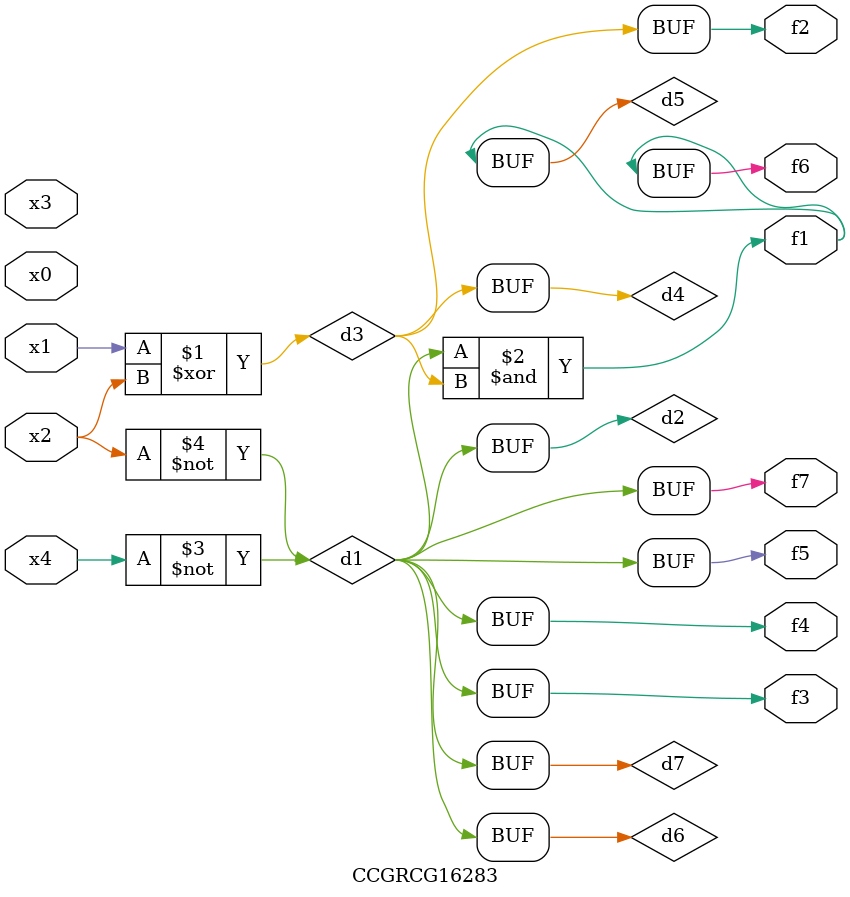
<source format=v>
module CCGRCG16283(
	input x0, x1, x2, x3, x4,
	output f1, f2, f3, f4, f5, f6, f7
);

	wire d1, d2, d3, d4, d5, d6, d7;

	not (d1, x4);
	not (d2, x2);
	xor (d3, x1, x2);
	buf (d4, d3);
	and (d5, d1, d3);
	buf (d6, d1, d2);
	buf (d7, d2);
	assign f1 = d5;
	assign f2 = d4;
	assign f3 = d7;
	assign f4 = d7;
	assign f5 = d7;
	assign f6 = d5;
	assign f7 = d7;
endmodule

</source>
